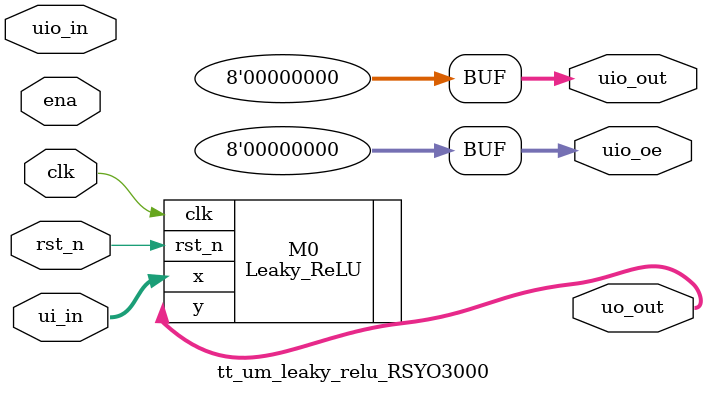
<source format=v>


module tt_um_leaky_relu_RSYO3000(
 input  wire [7:0] ui_in,    // Dedicated inputs - connected to the input switches for clk_selector and pattern_sel
    output wire [7:0] uo_out,   // Dedicated outputs - connected to the 7 LEDs
    input  wire [7:0] uio_in,   // IOs: Bidirectional Input path
    output wire [7:0] uio_out,  // IOs: Bidirectional Output path
    output wire [7:0] uio_oe,   // IOs: Bidirectional Enable path (active high: 0=input, 1=output)
    input  wire       ena,      // will go high when the design is enabled, not used circuit can be turned off when pattern_sel = 0
    input  wire       clk,      // clock
    input  wire       rst_n     // reset_n - low to reset
);
assign uio_out = 0;
assign uio_oe = 0;
    
Leaky_ReLU M0
(
    .clk(clk),
    .rst_n(rst_n),
    .x(ui_in),
    .y(uo_out)
);

endmodule
</source>
